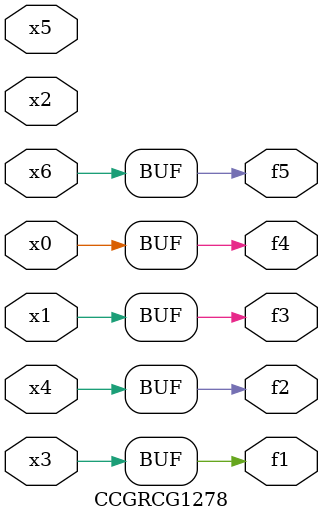
<source format=v>
module CCGRCG1278(
	input x0, x1, x2, x3, x4, x5, x6,
	output f1, f2, f3, f4, f5
);
	assign f1 = x3;
	assign f2 = x4;
	assign f3 = x1;
	assign f4 = x0;
	assign f5 = x6;
endmodule

</source>
